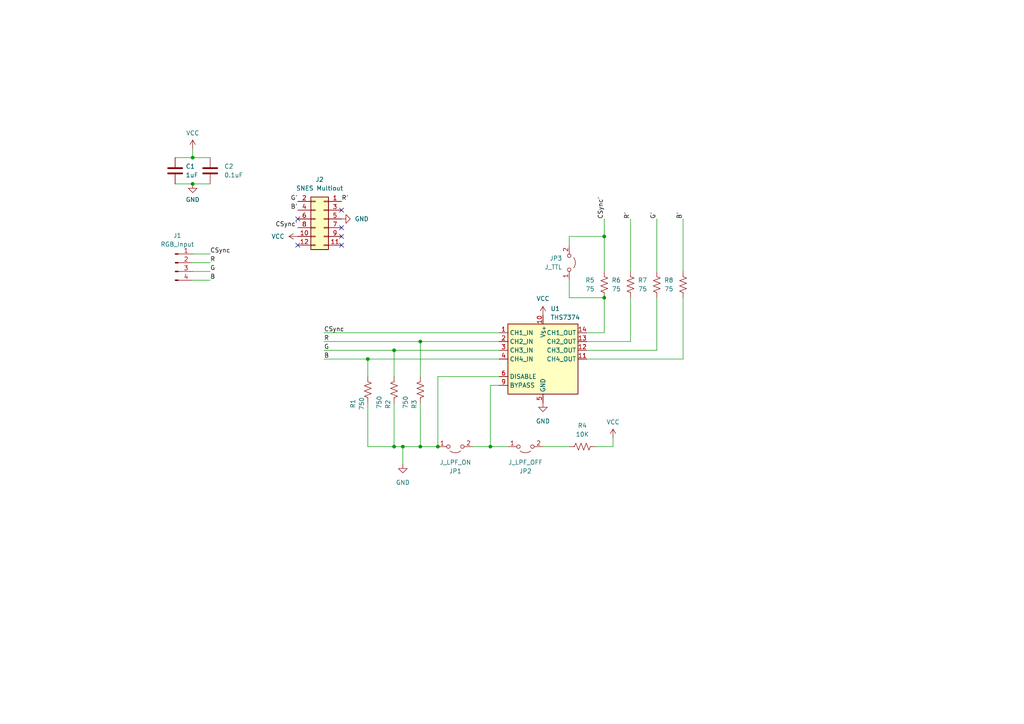
<source format=kicad_sch>
(kicad_sch (version 20230121) (generator eeschema)

  (uuid db7397df-a245-4004-bbf4-7c910e0e8a46)

  (paper "A4")

  (lib_symbols
    (symbol "Amplifier_Video:THS7374" (in_bom yes) (on_board yes)
      (property "Reference" "U" (at -8.89 11.43 0)
        (effects (font (size 1.27 1.27)))
      )
      (property "Value" "THS7374" (at 5.08 11.43 0)
        (effects (font (size 1.27 1.27)))
      )
      (property "Footprint" "Package_SO:TSSOP-14_4.4x5mm_P0.65mm" (at 0 0 0)
        (effects (font (size 1.27 1.27)) hide)
      )
      (property "Datasheet" "https://www.ti.com/lit/ds/symlink/ths7374.pdf" (at 0 0 0)
        (effects (font (size 1.27 1.27)) hide)
      )
      (property "ki_keywords" "video amplifier sdtv cvbs rgb ypbpr" (at 0 0 0)
        (effects (font (size 1.27 1.27)) hide)
      )
      (property "ki_description" "4 channel SDTV Video Amplifier, TSSOP-14" (at 0 0 0)
        (effects (font (size 1.27 1.27)) hide)
      )
      (property "ki_fp_filters" "TSSOP*4.4x5mm*P0.65mm*" (at 0 0 0)
        (effects (font (size 1.27 1.27)) hide)
      )
      (symbol "THS7374_0_1"
        (rectangle (start -10.16 10.16) (end 10.16 -10.16)
          (stroke (width 0.254) (type default))
          (fill (type background))
        )
      )
      (symbol "THS7374_1_1"
        (pin input line (at -12.7 7.62 0) (length 2.54)
          (name "CH1_IN" (effects (font (size 1.27 1.27))))
          (number "1" (effects (font (size 1.27 1.27))))
        )
        (pin power_in line (at 0 12.7 270) (length 2.54)
          (name "V_{S+}" (effects (font (size 1.27 1.27))))
          (number "10" (effects (font (size 1.27 1.27))))
        )
        (pin output line (at 12.7 0 180) (length 2.54)
          (name "CH4_OUT" (effects (font (size 1.27 1.27))))
          (number "11" (effects (font (size 1.27 1.27))))
        )
        (pin output line (at 12.7 2.54 180) (length 2.54)
          (name "CH3_OUT" (effects (font (size 1.27 1.27))))
          (number "12" (effects (font (size 1.27 1.27))))
        )
        (pin output line (at 12.7 5.08 180) (length 2.54)
          (name "CH2_OUT" (effects (font (size 1.27 1.27))))
          (number "13" (effects (font (size 1.27 1.27))))
        )
        (pin output line (at 12.7 7.62 180) (length 2.54)
          (name "CH1_OUT" (effects (font (size 1.27 1.27))))
          (number "14" (effects (font (size 1.27 1.27))))
        )
        (pin input line (at -12.7 5.08 0) (length 2.54)
          (name "CH2_IN" (effects (font (size 1.27 1.27))))
          (number "2" (effects (font (size 1.27 1.27))))
        )
        (pin input line (at -12.7 2.54 0) (length 2.54)
          (name "CH3_IN" (effects (font (size 1.27 1.27))))
          (number "3" (effects (font (size 1.27 1.27))))
        )
        (pin input line (at -12.7 0 0) (length 2.54)
          (name "CH4_IN" (effects (font (size 1.27 1.27))))
          (number "4" (effects (font (size 1.27 1.27))))
        )
        (pin power_in line (at 0 -12.7 90) (length 2.54)
          (name "GND" (effects (font (size 1.27 1.27))))
          (number "5" (effects (font (size 1.27 1.27))))
        )
        (pin input line (at -12.7 -5.08 0) (length 2.54)
          (name "DISABLE" (effects (font (size 1.27 1.27))))
          (number "6" (effects (font (size 1.27 1.27))))
        )
        (pin no_connect line (at 10.16 -5.08 180) (length 2.54) hide
          (name "NC" (effects (font (size 1.27 1.27))))
          (number "7" (effects (font (size 1.27 1.27))))
        )
        (pin no_connect line (at 10.16 -7.62 180) (length 2.54) hide
          (name "NC" (effects (font (size 1.27 1.27))))
          (number "8" (effects (font (size 1.27 1.27))))
        )
        (pin input line (at -12.7 -7.62 0) (length 2.54)
          (name "BYPASS" (effects (font (size 1.27 1.27))))
          (number "9" (effects (font (size 1.27 1.27))))
        )
      )
    )
    (symbol "Connector:Conn_01x04_Pin" (pin_names (offset 1.016) hide) (in_bom yes) (on_board yes)
      (property "Reference" "J" (at 0 5.08 0)
        (effects (font (size 1.27 1.27)))
      )
      (property "Value" "Conn_01x04_Pin" (at 0 -7.62 0)
        (effects (font (size 1.27 1.27)))
      )
      (property "Footprint" "" (at 0 0 0)
        (effects (font (size 1.27 1.27)) hide)
      )
      (property "Datasheet" "~" (at 0 0 0)
        (effects (font (size 1.27 1.27)) hide)
      )
      (property "ki_locked" "" (at 0 0 0)
        (effects (font (size 1.27 1.27)))
      )
      (property "ki_keywords" "connector" (at 0 0 0)
        (effects (font (size 1.27 1.27)) hide)
      )
      (property "ki_description" "Generic connector, single row, 01x04, script generated" (at 0 0 0)
        (effects (font (size 1.27 1.27)) hide)
      )
      (property "ki_fp_filters" "Connector*:*_1x??_*" (at 0 0 0)
        (effects (font (size 1.27 1.27)) hide)
      )
      (symbol "Conn_01x04_Pin_1_1"
        (polyline
          (pts
            (xy 1.27 -5.08)
            (xy 0.8636 -5.08)
          )
          (stroke (width 0.1524) (type default))
          (fill (type none))
        )
        (polyline
          (pts
            (xy 1.27 -2.54)
            (xy 0.8636 -2.54)
          )
          (stroke (width 0.1524) (type default))
          (fill (type none))
        )
        (polyline
          (pts
            (xy 1.27 0)
            (xy 0.8636 0)
          )
          (stroke (width 0.1524) (type default))
          (fill (type none))
        )
        (polyline
          (pts
            (xy 1.27 2.54)
            (xy 0.8636 2.54)
          )
          (stroke (width 0.1524) (type default))
          (fill (type none))
        )
        (rectangle (start 0.8636 -4.953) (end 0 -5.207)
          (stroke (width 0.1524) (type default))
          (fill (type outline))
        )
        (rectangle (start 0.8636 -2.413) (end 0 -2.667)
          (stroke (width 0.1524) (type default))
          (fill (type outline))
        )
        (rectangle (start 0.8636 0.127) (end 0 -0.127)
          (stroke (width 0.1524) (type default))
          (fill (type outline))
        )
        (rectangle (start 0.8636 2.667) (end 0 2.413)
          (stroke (width 0.1524) (type default))
          (fill (type outline))
        )
        (pin passive line (at 5.08 2.54 180) (length 3.81)
          (name "Pin_1" (effects (font (size 1.27 1.27))))
          (number "1" (effects (font (size 1.27 1.27))))
        )
        (pin passive line (at 5.08 0 180) (length 3.81)
          (name "Pin_2" (effects (font (size 1.27 1.27))))
          (number "2" (effects (font (size 1.27 1.27))))
        )
        (pin passive line (at 5.08 -2.54 180) (length 3.81)
          (name "Pin_3" (effects (font (size 1.27 1.27))))
          (number "3" (effects (font (size 1.27 1.27))))
        )
        (pin passive line (at 5.08 -5.08 180) (length 3.81)
          (name "Pin_4" (effects (font (size 1.27 1.27))))
          (number "4" (effects (font (size 1.27 1.27))))
        )
      )
    )
    (symbol "Connector_Generic:Conn_02x06_Odd_Even" (pin_names (offset 1.016) hide) (in_bom yes) (on_board yes)
      (property "Reference" "J" (at 1.27 7.62 0)
        (effects (font (size 1.27 1.27)))
      )
      (property "Value" "Conn_02x06_Odd_Even" (at 1.27 -10.16 0)
        (effects (font (size 1.27 1.27)))
      )
      (property "Footprint" "" (at 0 0 0)
        (effects (font (size 1.27 1.27)) hide)
      )
      (property "Datasheet" "~" (at 0 0 0)
        (effects (font (size 1.27 1.27)) hide)
      )
      (property "ki_keywords" "connector" (at 0 0 0)
        (effects (font (size 1.27 1.27)) hide)
      )
      (property "ki_description" "Generic connector, double row, 02x06, odd/even pin numbering scheme (row 1 odd numbers, row 2 even numbers), script generated (kicad-library-utils/schlib/autogen/connector/)" (at 0 0 0)
        (effects (font (size 1.27 1.27)) hide)
      )
      (property "ki_fp_filters" "Connector*:*_2x??_*" (at 0 0 0)
        (effects (font (size 1.27 1.27)) hide)
      )
      (symbol "Conn_02x06_Odd_Even_1_1"
        (rectangle (start -1.27 -7.493) (end 0 -7.747)
          (stroke (width 0.1524) (type default))
          (fill (type none))
        )
        (rectangle (start -1.27 -4.953) (end 0 -5.207)
          (stroke (width 0.1524) (type default))
          (fill (type none))
        )
        (rectangle (start -1.27 -2.413) (end 0 -2.667)
          (stroke (width 0.1524) (type default))
          (fill (type none))
        )
        (rectangle (start -1.27 0.127) (end 0 -0.127)
          (stroke (width 0.1524) (type default))
          (fill (type none))
        )
        (rectangle (start -1.27 2.667) (end 0 2.413)
          (stroke (width 0.1524) (type default))
          (fill (type none))
        )
        (rectangle (start -1.27 5.207) (end 0 4.953)
          (stroke (width 0.1524) (type default))
          (fill (type none))
        )
        (rectangle (start -1.27 6.35) (end 3.81 -8.89)
          (stroke (width 0.254) (type default))
          (fill (type background))
        )
        (rectangle (start 3.81 -7.493) (end 2.54 -7.747)
          (stroke (width 0.1524) (type default))
          (fill (type none))
        )
        (rectangle (start 3.81 -4.953) (end 2.54 -5.207)
          (stroke (width 0.1524) (type default))
          (fill (type none))
        )
        (rectangle (start 3.81 -2.413) (end 2.54 -2.667)
          (stroke (width 0.1524) (type default))
          (fill (type none))
        )
        (rectangle (start 3.81 0.127) (end 2.54 -0.127)
          (stroke (width 0.1524) (type default))
          (fill (type none))
        )
        (rectangle (start 3.81 2.667) (end 2.54 2.413)
          (stroke (width 0.1524) (type default))
          (fill (type none))
        )
        (rectangle (start 3.81 5.207) (end 2.54 4.953)
          (stroke (width 0.1524) (type default))
          (fill (type none))
        )
        (pin passive line (at -5.08 5.08 0) (length 3.81)
          (name "Pin_1" (effects (font (size 1.27 1.27))))
          (number "1" (effects (font (size 1.27 1.27))))
        )
        (pin passive line (at 7.62 -5.08 180) (length 3.81)
          (name "Pin_10" (effects (font (size 1.27 1.27))))
          (number "10" (effects (font (size 1.27 1.27))))
        )
        (pin passive line (at -5.08 -7.62 0) (length 3.81)
          (name "Pin_11" (effects (font (size 1.27 1.27))))
          (number "11" (effects (font (size 1.27 1.27))))
        )
        (pin passive line (at 7.62 -7.62 180) (length 3.81)
          (name "Pin_12" (effects (font (size 1.27 1.27))))
          (number "12" (effects (font (size 1.27 1.27))))
        )
        (pin passive line (at 7.62 5.08 180) (length 3.81)
          (name "Pin_2" (effects (font (size 1.27 1.27))))
          (number "2" (effects (font (size 1.27 1.27))))
        )
        (pin passive line (at -5.08 2.54 0) (length 3.81)
          (name "Pin_3" (effects (font (size 1.27 1.27))))
          (number "3" (effects (font (size 1.27 1.27))))
        )
        (pin passive line (at 7.62 2.54 180) (length 3.81)
          (name "Pin_4" (effects (font (size 1.27 1.27))))
          (number "4" (effects (font (size 1.27 1.27))))
        )
        (pin passive line (at -5.08 0 0) (length 3.81)
          (name "Pin_5" (effects (font (size 1.27 1.27))))
          (number "5" (effects (font (size 1.27 1.27))))
        )
        (pin passive line (at 7.62 0 180) (length 3.81)
          (name "Pin_6" (effects (font (size 1.27 1.27))))
          (number "6" (effects (font (size 1.27 1.27))))
        )
        (pin passive line (at -5.08 -2.54 0) (length 3.81)
          (name "Pin_7" (effects (font (size 1.27 1.27))))
          (number "7" (effects (font (size 1.27 1.27))))
        )
        (pin passive line (at 7.62 -2.54 180) (length 3.81)
          (name "Pin_8" (effects (font (size 1.27 1.27))))
          (number "8" (effects (font (size 1.27 1.27))))
        )
        (pin passive line (at -5.08 -5.08 0) (length 3.81)
          (name "Pin_9" (effects (font (size 1.27 1.27))))
          (number "9" (effects (font (size 1.27 1.27))))
        )
      )
    )
    (symbol "Device:C" (pin_numbers hide) (pin_names (offset 0.254)) (in_bom yes) (on_board yes)
      (property "Reference" "C" (at 0.635 2.54 0)
        (effects (font (size 1.27 1.27)) (justify left))
      )
      (property "Value" "C" (at 0.635 -2.54 0)
        (effects (font (size 1.27 1.27)) (justify left))
      )
      (property "Footprint" "" (at 0.9652 -3.81 0)
        (effects (font (size 1.27 1.27)) hide)
      )
      (property "Datasheet" "~" (at 0 0 0)
        (effects (font (size 1.27 1.27)) hide)
      )
      (property "ki_keywords" "cap capacitor" (at 0 0 0)
        (effects (font (size 1.27 1.27)) hide)
      )
      (property "ki_description" "Unpolarized capacitor" (at 0 0 0)
        (effects (font (size 1.27 1.27)) hide)
      )
      (property "ki_fp_filters" "C_*" (at 0 0 0)
        (effects (font (size 1.27 1.27)) hide)
      )
      (symbol "C_0_1"
        (polyline
          (pts
            (xy -2.032 -0.762)
            (xy 2.032 -0.762)
          )
          (stroke (width 0.508) (type default))
          (fill (type none))
        )
        (polyline
          (pts
            (xy -2.032 0.762)
            (xy 2.032 0.762)
          )
          (stroke (width 0.508) (type default))
          (fill (type none))
        )
      )
      (symbol "C_1_1"
        (pin passive line (at 0 3.81 270) (length 2.794)
          (name "~" (effects (font (size 1.27 1.27))))
          (number "1" (effects (font (size 1.27 1.27))))
        )
        (pin passive line (at 0 -3.81 90) (length 2.794)
          (name "~" (effects (font (size 1.27 1.27))))
          (number "2" (effects (font (size 1.27 1.27))))
        )
      )
    )
    (symbol "Device:R_US" (pin_numbers hide) (pin_names (offset 0)) (in_bom yes) (on_board yes)
      (property "Reference" "R" (at 2.54 0 90)
        (effects (font (size 1.27 1.27)))
      )
      (property "Value" "R_US" (at -2.54 0 90)
        (effects (font (size 1.27 1.27)))
      )
      (property "Footprint" "" (at 1.016 -0.254 90)
        (effects (font (size 1.27 1.27)) hide)
      )
      (property "Datasheet" "~" (at 0 0 0)
        (effects (font (size 1.27 1.27)) hide)
      )
      (property "ki_keywords" "R res resistor" (at 0 0 0)
        (effects (font (size 1.27 1.27)) hide)
      )
      (property "ki_description" "Resistor, US symbol" (at 0 0 0)
        (effects (font (size 1.27 1.27)) hide)
      )
      (property "ki_fp_filters" "R_*" (at 0 0 0)
        (effects (font (size 1.27 1.27)) hide)
      )
      (symbol "R_US_0_1"
        (polyline
          (pts
            (xy 0 -2.286)
            (xy 0 -2.54)
          )
          (stroke (width 0) (type default))
          (fill (type none))
        )
        (polyline
          (pts
            (xy 0 2.286)
            (xy 0 2.54)
          )
          (stroke (width 0) (type default))
          (fill (type none))
        )
        (polyline
          (pts
            (xy 0 -0.762)
            (xy 1.016 -1.143)
            (xy 0 -1.524)
            (xy -1.016 -1.905)
            (xy 0 -2.286)
          )
          (stroke (width 0) (type default))
          (fill (type none))
        )
        (polyline
          (pts
            (xy 0 0.762)
            (xy 1.016 0.381)
            (xy 0 0)
            (xy -1.016 -0.381)
            (xy 0 -0.762)
          )
          (stroke (width 0) (type default))
          (fill (type none))
        )
        (polyline
          (pts
            (xy 0 2.286)
            (xy 1.016 1.905)
            (xy 0 1.524)
            (xy -1.016 1.143)
            (xy 0 0.762)
          )
          (stroke (width 0) (type default))
          (fill (type none))
        )
      )
      (symbol "R_US_1_1"
        (pin passive line (at 0 3.81 270) (length 1.27)
          (name "~" (effects (font (size 1.27 1.27))))
          (number "1" (effects (font (size 1.27 1.27))))
        )
        (pin passive line (at 0 -3.81 90) (length 1.27)
          (name "~" (effects (font (size 1.27 1.27))))
          (number "2" (effects (font (size 1.27 1.27))))
        )
      )
    )
    (symbol "Jumper:Jumper_2_Open" (pin_names (offset 0) hide) (in_bom yes) (on_board yes)
      (property "Reference" "JP" (at 0 2.794 0)
        (effects (font (size 1.27 1.27)))
      )
      (property "Value" "Jumper_2_Open" (at 0 -2.286 0)
        (effects (font (size 1.27 1.27)))
      )
      (property "Footprint" "" (at 0 0 0)
        (effects (font (size 1.27 1.27)) hide)
      )
      (property "Datasheet" "~" (at 0 0 0)
        (effects (font (size 1.27 1.27)) hide)
      )
      (property "ki_keywords" "Jumper SPST" (at 0 0 0)
        (effects (font (size 1.27 1.27)) hide)
      )
      (property "ki_description" "Jumper, 2-pole, open" (at 0 0 0)
        (effects (font (size 1.27 1.27)) hide)
      )
      (property "ki_fp_filters" "Jumper* TestPoint*2Pads* TestPoint*Bridge*" (at 0 0 0)
        (effects (font (size 1.27 1.27)) hide)
      )
      (symbol "Jumper_2_Open_0_0"
        (circle (center -2.032 0) (radius 0.508)
          (stroke (width 0) (type default))
          (fill (type none))
        )
        (circle (center 2.032 0) (radius 0.508)
          (stroke (width 0) (type default))
          (fill (type none))
        )
      )
      (symbol "Jumper_2_Open_0_1"
        (arc (start 1.524 1.27) (mid 0 1.778) (end -1.524 1.27)
          (stroke (width 0) (type default))
          (fill (type none))
        )
      )
      (symbol "Jumper_2_Open_1_1"
        (pin passive line (at -5.08 0 0) (length 2.54)
          (name "A" (effects (font (size 1.27 1.27))))
          (number "1" (effects (font (size 1.27 1.27))))
        )
        (pin passive line (at 5.08 0 180) (length 2.54)
          (name "B" (effects (font (size 1.27 1.27))))
          (number "2" (effects (font (size 1.27 1.27))))
        )
      )
    )
    (symbol "power:GND" (power) (pin_names (offset 0)) (in_bom yes) (on_board yes)
      (property "Reference" "#PWR" (at 0 -6.35 0)
        (effects (font (size 1.27 1.27)) hide)
      )
      (property "Value" "GND" (at 0 -3.81 0)
        (effects (font (size 1.27 1.27)))
      )
      (property "Footprint" "" (at 0 0 0)
        (effects (font (size 1.27 1.27)) hide)
      )
      (property "Datasheet" "" (at 0 0 0)
        (effects (font (size 1.27 1.27)) hide)
      )
      (property "ki_keywords" "global power" (at 0 0 0)
        (effects (font (size 1.27 1.27)) hide)
      )
      (property "ki_description" "Power symbol creates a global label with name \"GND\" , ground" (at 0 0 0)
        (effects (font (size 1.27 1.27)) hide)
      )
      (symbol "GND_0_1"
        (polyline
          (pts
            (xy 0 0)
            (xy 0 -1.27)
            (xy 1.27 -1.27)
            (xy 0 -2.54)
            (xy -1.27 -1.27)
            (xy 0 -1.27)
          )
          (stroke (width 0) (type default))
          (fill (type none))
        )
      )
      (symbol "GND_1_1"
        (pin power_in line (at 0 0 270) (length 0) hide
          (name "GND" (effects (font (size 1.27 1.27))))
          (number "1" (effects (font (size 1.27 1.27))))
        )
      )
    )
    (symbol "power:VCC" (power) (pin_names (offset 0)) (in_bom yes) (on_board yes)
      (property "Reference" "#PWR" (at 0 -3.81 0)
        (effects (font (size 1.27 1.27)) hide)
      )
      (property "Value" "VCC" (at 0 3.81 0)
        (effects (font (size 1.27 1.27)))
      )
      (property "Footprint" "" (at 0 0 0)
        (effects (font (size 1.27 1.27)) hide)
      )
      (property "Datasheet" "" (at 0 0 0)
        (effects (font (size 1.27 1.27)) hide)
      )
      (property "ki_keywords" "global power" (at 0 0 0)
        (effects (font (size 1.27 1.27)) hide)
      )
      (property "ki_description" "Power symbol creates a global label with name \"VCC\"" (at 0 0 0)
        (effects (font (size 1.27 1.27)) hide)
      )
      (symbol "VCC_0_1"
        (polyline
          (pts
            (xy -0.762 1.27)
            (xy 0 2.54)
          )
          (stroke (width 0) (type default))
          (fill (type none))
        )
        (polyline
          (pts
            (xy 0 0)
            (xy 0 2.54)
          )
          (stroke (width 0) (type default))
          (fill (type none))
        )
        (polyline
          (pts
            (xy 0 2.54)
            (xy 0.762 1.27)
          )
          (stroke (width 0) (type default))
          (fill (type none))
        )
      )
      (symbol "VCC_1_1"
        (pin power_in line (at 0 0 90) (length 0) hide
          (name "VCC" (effects (font (size 1.27 1.27))))
          (number "1" (effects (font (size 1.27 1.27))))
        )
      )
    )
  )

  (junction (at 114.3 101.6) (diameter 0) (color 0 0 0 0)
    (uuid 05a8779a-2d83-40c0-8586-049a242b5e6f)
  )
  (junction (at 175.26 68.58) (diameter 0) (color 0 0 0 0)
    (uuid 26582ebb-2df0-4754-bb2b-4158e57140d7)
  )
  (junction (at 55.88 53.34) (diameter 0) (color 0 0 0 0)
    (uuid 34e821ce-1fa5-48d2-ae72-916ec211d2c3)
  )
  (junction (at 175.26 86.36) (diameter 0) (color 0 0 0 0)
    (uuid 51637e90-41d2-4d45-aa4a-20ecf1adf658)
  )
  (junction (at 142.24 129.54) (diameter 0) (color 0 0 0 0)
    (uuid 519f34cc-c19b-4dd3-b2e9-c93c505bc8a6)
  )
  (junction (at 127 129.54) (diameter 0) (color 0 0 0 0)
    (uuid 57e8b887-815f-4d5a-8f4e-4e40651a62d1)
  )
  (junction (at 114.3 129.54) (diameter 0) (color 0 0 0 0)
    (uuid 83bef5ad-b36a-4dfb-852f-91af4d67c999)
  )
  (junction (at 116.84 129.54) (diameter 0) (color 0 0 0 0)
    (uuid 8862809b-543e-4208-984a-d4704d361b9e)
  )
  (junction (at 106.68 104.14) (diameter 0) (color 0 0 0 0)
    (uuid 9a4b63fd-f828-4519-bf68-b84da9be4e29)
  )
  (junction (at 55.88 45.72) (diameter 0) (color 0 0 0 0)
    (uuid 9b635072-2bc3-4fc2-ab40-99e46db1b3aa)
  )
  (junction (at 121.92 129.54) (diameter 0) (color 0 0 0 0)
    (uuid d5cdabc1-47af-4ae9-bb88-086a9d89f67d)
  )
  (junction (at 121.92 99.06) (diameter 0) (color 0 0 0 0)
    (uuid de6e13d7-3346-4bef-9746-fed15b455a23)
  )

  (no_connect (at 99.06 60.96) (uuid 2f3cf216-669d-41dd-b680-7c453d828a57))
  (no_connect (at 99.06 66.04) (uuid 40044732-6149-4839-8c36-8bc40652f5df))
  (no_connect (at 86.36 63.5) (uuid 60eef3d1-9d22-4690-a057-6ca492c7fcc4))
  (no_connect (at 99.06 68.58) (uuid 84f57b47-ccfe-4adf-99a0-51c58d50cc71))
  (no_connect (at 86.36 71.12) (uuid a9b7628c-960f-4008-949c-2cc0c1fb34ed))
  (no_connect (at 99.06 71.12) (uuid ad6386c2-90fe-4439-b86b-27d770e1d355))

  (wire (pts (xy 144.78 111.76) (xy 142.24 111.76))
    (stroke (width 0) (type default))
    (uuid 0bacce89-b262-4920-b8a7-c9e7f325f3a7)
  )
  (wire (pts (xy 116.84 129.54) (xy 116.84 134.62))
    (stroke (width 0) (type default))
    (uuid 0c0dd9c6-5f2a-4cbd-b980-50c61b72568a)
  )
  (wire (pts (xy 175.26 63.5) (xy 175.26 68.58))
    (stroke (width 0) (type default))
    (uuid 1798973b-30a8-4198-9afd-8c30ee43ba6b)
  )
  (wire (pts (xy 93.98 104.14) (xy 106.68 104.14))
    (stroke (width 0) (type default))
    (uuid 1ee36b5c-35a4-4f60-b975-0fe3a15ef8fa)
  )
  (wire (pts (xy 175.26 86.36) (xy 165.1 86.36))
    (stroke (width 0) (type default))
    (uuid 24ff612f-44d1-46f1-9181-077f235c4824)
  )
  (wire (pts (xy 55.88 76.2) (xy 60.96 76.2))
    (stroke (width 0) (type default))
    (uuid 27ab46e5-ac41-43ae-9f9e-6f3f461661ac)
  )
  (wire (pts (xy 170.18 104.14) (xy 198.12 104.14))
    (stroke (width 0) (type default))
    (uuid 2bdc3af1-4f7d-432d-8b83-5c50592d46ce)
  )
  (wire (pts (xy 170.18 101.6) (xy 190.5 101.6))
    (stroke (width 0) (type default))
    (uuid 2e51557e-3b08-4669-925c-1b2c583f6860)
  )
  (wire (pts (xy 137.16 129.54) (xy 142.24 129.54))
    (stroke (width 0) (type default))
    (uuid 3c74a39d-d9dc-4cbd-a6ed-a087b97a0261)
  )
  (wire (pts (xy 175.26 86.36) (xy 175.26 96.52))
    (stroke (width 0) (type default))
    (uuid 416e6eed-af4d-4102-9dc7-964cd83c1560)
  )
  (wire (pts (xy 50.8 45.72) (xy 55.88 45.72))
    (stroke (width 0) (type default))
    (uuid 44cc7a8d-4820-4f87-ba85-c620be192fb6)
  )
  (wire (pts (xy 93.98 99.06) (xy 121.92 99.06))
    (stroke (width 0) (type default))
    (uuid 4980a705-06c5-4cdb-9334-ea09d84de4f4)
  )
  (wire (pts (xy 121.92 129.54) (xy 116.84 129.54))
    (stroke (width 0) (type default))
    (uuid 527d85eb-b2b4-42b7-a96b-54bcd62c00af)
  )
  (wire (pts (xy 170.18 99.06) (xy 182.88 99.06))
    (stroke (width 0) (type default))
    (uuid 52c6c41b-6454-4bec-936c-a16fe4cf727e)
  )
  (wire (pts (xy 55.88 81.28) (xy 60.96 81.28))
    (stroke (width 0) (type default))
    (uuid 542dafd3-3dfc-4944-8987-c2336a510957)
  )
  (wire (pts (xy 182.88 63.5) (xy 182.88 78.74))
    (stroke (width 0) (type default))
    (uuid 5a234b60-63c4-44f9-963a-6accc1264da6)
  )
  (wire (pts (xy 55.88 43.18) (xy 55.88 45.72))
    (stroke (width 0) (type default))
    (uuid 5b472ac9-8143-4015-8dbb-b0caa517adad)
  )
  (wire (pts (xy 182.88 86.36) (xy 182.88 99.06))
    (stroke (width 0) (type default))
    (uuid 5c86c5e7-cc09-4387-92ad-d58fcd4cef62)
  )
  (wire (pts (xy 127 109.22) (xy 144.78 109.22))
    (stroke (width 0) (type default))
    (uuid 66590c29-3450-46bc-acf8-5807cf74d285)
  )
  (wire (pts (xy 106.68 104.14) (xy 144.78 104.14))
    (stroke (width 0) (type default))
    (uuid 6682ceb6-c5c8-42de-9149-20c9c98590cc)
  )
  (wire (pts (xy 114.3 101.6) (xy 144.78 101.6))
    (stroke (width 0) (type default))
    (uuid 669ed641-cefd-46b0-82fc-961b63a65895)
  )
  (wire (pts (xy 106.68 104.14) (xy 106.68 109.22))
    (stroke (width 0) (type default))
    (uuid 69601f35-adeb-44be-a910-4e3c58a7dcdf)
  )
  (wire (pts (xy 165.1 71.12) (xy 165.1 68.58))
    (stroke (width 0) (type default))
    (uuid 7312a9b8-435e-44ca-b62b-d194a0b1461f)
  )
  (wire (pts (xy 106.68 129.54) (xy 114.3 129.54))
    (stroke (width 0) (type default))
    (uuid 775ebd71-7e5f-4243-b3ea-2cc31fbdb10f)
  )
  (wire (pts (xy 106.68 116.84) (xy 106.68 129.54))
    (stroke (width 0) (type default))
    (uuid 7f2d92db-1366-4600-9800-d5e4a5890c67)
  )
  (wire (pts (xy 165.1 68.58) (xy 175.26 68.58))
    (stroke (width 0) (type default))
    (uuid 8732b1b0-a113-4a21-acb3-d55b2e776239)
  )
  (wire (pts (xy 142.24 129.54) (xy 147.32 129.54))
    (stroke (width 0) (type default))
    (uuid 87f746db-47bc-4dd6-bd25-33f9e8d3b81e)
  )
  (wire (pts (xy 177.8 127) (xy 177.8 129.54))
    (stroke (width 0) (type default))
    (uuid 8acf27e8-27c1-46af-97d6-4732989c0164)
  )
  (wire (pts (xy 190.5 86.36) (xy 190.5 101.6))
    (stroke (width 0) (type default))
    (uuid 9296106d-d133-4963-9923-83b46ed3e27e)
  )
  (wire (pts (xy 170.18 96.52) (xy 175.26 96.52))
    (stroke (width 0) (type default))
    (uuid a3b1df07-6339-4243-978b-f04a5ada3074)
  )
  (wire (pts (xy 121.92 129.54) (xy 127 129.54))
    (stroke (width 0) (type default))
    (uuid a4878d10-79a3-4bf7-b669-06373a69be2a)
  )
  (wire (pts (xy 121.92 116.84) (xy 121.92 129.54))
    (stroke (width 0) (type default))
    (uuid a6446701-8892-4a06-a7e2-9fcd7b52bd37)
  )
  (wire (pts (xy 165.1 81.28) (xy 165.1 86.36))
    (stroke (width 0) (type default))
    (uuid a91d7016-66fe-499d-af78-64a7243ab948)
  )
  (wire (pts (xy 172.72 129.54) (xy 177.8 129.54))
    (stroke (width 0) (type default))
    (uuid b006271b-63ea-442a-be34-2f5e8fcc6b65)
  )
  (wire (pts (xy 157.48 129.54) (xy 165.1 129.54))
    (stroke (width 0) (type default))
    (uuid c6238d10-f1bd-4e45-82c0-f98718a3051a)
  )
  (wire (pts (xy 93.98 96.52) (xy 144.78 96.52))
    (stroke (width 0) (type default))
    (uuid c717dd49-7c58-41c2-832f-20abc991d44d)
  )
  (wire (pts (xy 55.88 78.74) (xy 60.96 78.74))
    (stroke (width 0) (type default))
    (uuid c8c17895-bb4c-496d-b20b-621b3c3fc11d)
  )
  (wire (pts (xy 55.88 45.72) (xy 60.96 45.72))
    (stroke (width 0) (type default))
    (uuid c99a0b3b-d121-4dee-9943-61bc7771c896)
  )
  (wire (pts (xy 190.5 63.5) (xy 190.5 78.74))
    (stroke (width 0) (type default))
    (uuid caf35639-9ff4-40a2-8bba-3e36c9d48bfa)
  )
  (wire (pts (xy 121.92 99.06) (xy 144.78 99.06))
    (stroke (width 0) (type default))
    (uuid cb17e755-419d-4f7d-ae05-117a9d1e3a20)
  )
  (wire (pts (xy 114.3 116.84) (xy 114.3 129.54))
    (stroke (width 0) (type default))
    (uuid cd6f8db9-674b-4caf-b79d-dbfff5dd86bd)
  )
  (wire (pts (xy 175.26 68.58) (xy 175.26 78.74))
    (stroke (width 0) (type default))
    (uuid cec276cc-5fec-4540-b31d-d6e164fa94d4)
  )
  (wire (pts (xy 114.3 101.6) (xy 114.3 109.22))
    (stroke (width 0) (type default))
    (uuid d02e7b76-4640-443e-9eb5-dc15813a155a)
  )
  (wire (pts (xy 93.98 101.6) (xy 114.3 101.6))
    (stroke (width 0) (type default))
    (uuid d352a6a2-977e-4632-817d-87d1155270d4)
  )
  (wire (pts (xy 127 129.54) (xy 127 109.22))
    (stroke (width 0) (type default))
    (uuid d5385d7f-92fe-415a-a557-14d711e0070e)
  )
  (wire (pts (xy 198.12 86.36) (xy 198.12 104.14))
    (stroke (width 0) (type default))
    (uuid da83028a-93fd-4dd9-bc65-ecf4b0818c98)
  )
  (wire (pts (xy 55.88 53.34) (xy 60.96 53.34))
    (stroke (width 0) (type default))
    (uuid e1347d86-06d9-41fa-9e4a-410e12c4a165)
  )
  (wire (pts (xy 198.12 63.5) (xy 198.12 78.74))
    (stroke (width 0) (type default))
    (uuid e63f2a45-9c9a-44d1-9362-76f649296f6d)
  )
  (wire (pts (xy 142.24 111.76) (xy 142.24 129.54))
    (stroke (width 0) (type default))
    (uuid ede60895-75a2-4bf7-a23a-46cfd35942d6)
  )
  (wire (pts (xy 121.92 99.06) (xy 121.92 109.22))
    (stroke (width 0) (type default))
    (uuid ee3d52d9-8d31-46ab-a73a-e800c0f7f24f)
  )
  (wire (pts (xy 55.88 73.66) (xy 60.96 73.66))
    (stroke (width 0) (type default))
    (uuid ee989f25-5b6f-435b-9896-80e3b3020b10)
  )
  (wire (pts (xy 50.8 53.34) (xy 55.88 53.34))
    (stroke (width 0) (type default))
    (uuid f1030249-1d68-484f-a558-aec589119f2b)
  )
  (wire (pts (xy 116.84 129.54) (xy 114.3 129.54))
    (stroke (width 0) (type default))
    (uuid fddca9b1-fa04-40a7-9202-ae48a5c18484)
  )

  (label "CSync'" (at 86.36 66.04 180) (fields_autoplaced)
    (effects (font (size 1.27 1.27)) (justify right bottom))
    (uuid 0b5ee6d5-c9e1-4f97-92a5-1232b9ec01ed)
  )
  (label "B" (at 60.96 81.28 0) (fields_autoplaced)
    (effects (font (size 1.27 1.27)) (justify left bottom))
    (uuid 3b433542-d26c-403e-8f93-3149a5f41e3c)
  )
  (label "CSync'" (at 175.26 63.5 90) (fields_autoplaced)
    (effects (font (size 1.27 1.27)) (justify left bottom))
    (uuid 609e654d-09c9-476d-adb7-8a14328c37d9)
  )
  (label "B'" (at 198.12 63.5 90) (fields_autoplaced)
    (effects (font (size 1.27 1.27)) (justify left bottom))
    (uuid 67fe4a34-2c7a-4238-956b-e71e25f04eed)
  )
  (label "G" (at 93.98 101.6 0) (fields_autoplaced)
    (effects (font (size 1.27 1.27)) (justify left bottom))
    (uuid 7535887c-301a-4040-a680-3deef008e887)
  )
  (label "R'" (at 182.88 63.5 90) (fields_autoplaced)
    (effects (font (size 1.27 1.27)) (justify left bottom))
    (uuid 814d4ed4-eb44-497b-80ba-f8053558df41)
  )
  (label "G'" (at 86.36 58.42 180) (fields_autoplaced)
    (effects (font (size 1.27 1.27)) (justify right bottom))
    (uuid 8dfdcd81-edd9-450b-acc6-cdd683f86a5e)
  )
  (label "G'" (at 190.5 63.5 90) (fields_autoplaced)
    (effects (font (size 1.27 1.27)) (justify left bottom))
    (uuid 903fc4c1-96c3-4def-b0e9-5ca9174fb3e9)
  )
  (label "G" (at 60.96 78.74 0) (fields_autoplaced)
    (effects (font (size 1.27 1.27)) (justify left bottom))
    (uuid 98f4c457-ad70-4d1c-b839-67e49fc81b9c)
  )
  (label "CSync" (at 60.96 73.66 0) (fields_autoplaced)
    (effects (font (size 1.27 1.27)) (justify left bottom))
    (uuid b77cba01-2a10-4dc0-a018-3600591bbe63)
  )
  (label "R'" (at 99.06 58.42 0) (fields_autoplaced)
    (effects (font (size 1.27 1.27)) (justify left bottom))
    (uuid bf8dbe3f-4cb6-4bf3-858a-cad894782e0b)
  )
  (label "R" (at 93.98 99.06 0) (fields_autoplaced)
    (effects (font (size 1.27 1.27)) (justify left bottom))
    (uuid d121189a-8bcf-4c89-a3ab-b82e05d313fe)
  )
  (label "CSync" (at 93.98 96.52 0) (fields_autoplaced)
    (effects (font (size 1.27 1.27)) (justify left bottom))
    (uuid d5e524f9-dc0e-4641-ba33-6dde97fecb4b)
  )
  (label "R" (at 60.96 76.2 0) (fields_autoplaced)
    (effects (font (size 1.27 1.27)) (justify left bottom))
    (uuid f2202bac-b53a-44af-9c0c-06b9037cad4b)
  )
  (label "B'" (at 86.36 60.96 180) (fields_autoplaced)
    (effects (font (size 1.27 1.27)) (justify right bottom))
    (uuid f236b6a6-8a8c-45fc-88f1-3401d44831e0)
  )
  (label "B" (at 93.98 104.14 0) (fields_autoplaced)
    (effects (font (size 1.27 1.27)) (justify left bottom))
    (uuid fc8d1e9a-3870-4648-945d-35afe83a1564)
  )

  (symbol (lib_id "Device:R_US") (at 190.5 82.55 0) (unit 1)
    (in_bom yes) (on_board yes) (dnp no)
    (uuid 020e45ba-c33c-4ed9-ad2b-63639f319dd8)
    (property "Reference" "R7" (at 187.706 81.28 0)
      (effects (font (size 1.27 1.27)) (justify right))
    )
    (property "Value" "75" (at 187.706 83.82 0)
      (effects (font (size 1.27 1.27)) (justify right))
    )
    (property "Footprint" "Capacitor_SMD:C_0805_2012Metric" (at 191.516 82.804 90)
      (effects (font (size 1.27 1.27)) hide)
    )
    (property "Datasheet" "~" (at 190.5 82.55 0)
      (effects (font (size 1.27 1.27)) hide)
    )
    (pin "1" (uuid 32b805bf-94c0-4016-8dca-2aff5543bf0f))
    (pin "2" (uuid a09e7a6c-0fb9-402c-a893-b6e3adaa4615))
    (instances
      (project "SNES_RGB_BYPASS_AMP"
        (path "/db7397df-a245-4004-bbf4-7c910e0e8a46"
          (reference "R7") (unit 1)
        )
      )
    )
  )

  (symbol (lib_id "Connector_Generic:Conn_02x06_Odd_Even") (at 93.98 63.5 0) (mirror y) (unit 1)
    (in_bom yes) (on_board yes) (dnp no)
    (uuid 08e11dd0-1d5a-45a0-8be6-1b9072d88097)
    (property "Reference" "J2" (at 92.71 52.07 0)
      (effects (font (size 1.27 1.27)))
    )
    (property "Value" "SNES Multiout" (at 92.71 54.61 0)
      (effects (font (size 1.27 1.27)))
    )
    (property "Footprint" "Connector_PinHeader_2.54mm:PinHeader_2x06_P2.54mm_Vertical" (at 93.98 63.5 0)
      (effects (font (size 1.27 1.27)) hide)
    )
    (property "Datasheet" "~" (at 93.98 63.5 0)
      (effects (font (size 1.27 1.27)) hide)
    )
    (pin "1" (uuid eb3c36f4-c8d8-4b6d-b057-785598d2b254))
    (pin "10" (uuid 618eb9cc-f6b5-4b71-ad1e-cce65bc20287))
    (pin "11" (uuid 49e1a635-1dda-4e07-aa1d-dd40e506ae39))
    (pin "12" (uuid 72a80722-17a3-4f11-ad5b-207b854d0144))
    (pin "2" (uuid 7a6d1a3c-5b3b-4dca-9e3b-bf523b60d7c4))
    (pin "3" (uuid 89140399-4894-46ff-8b25-9188fdc75149))
    (pin "4" (uuid 47e8f577-8726-4f6b-835a-f4532c65cc2d))
    (pin "5" (uuid 941dd5f6-b4ed-4efb-afa3-a7e3d83ef32d))
    (pin "6" (uuid c59dffe3-cb8e-4ff9-8ea6-60c59672e1ec))
    (pin "7" (uuid 3c629079-2e97-4003-9436-d0d6b76ca016))
    (pin "8" (uuid b9af8dca-4aed-4583-89ce-daea84d30261))
    (pin "9" (uuid 9b6935ad-970a-47a9-bc49-b02d8be73051))
    (instances
      (project "SNES_RGB_BYPASS_AMP"
        (path "/db7397df-a245-4004-bbf4-7c910e0e8a46"
          (reference "J2") (unit 1)
        )
      )
    )
  )

  (symbol (lib_id "power:VCC") (at 86.36 68.58 90) (unit 1)
    (in_bom yes) (on_board yes) (dnp no) (fields_autoplaced)
    (uuid 13cd0b23-ae4b-4382-81f3-d704b2e39bdb)
    (property "Reference" "#PWR03" (at 90.17 68.58 0)
      (effects (font (size 1.27 1.27)) hide)
    )
    (property "Value" "VCC" (at 82.55 68.58 90)
      (effects (font (size 1.27 1.27)) (justify left))
    )
    (property "Footprint" "" (at 86.36 68.58 0)
      (effects (font (size 1.27 1.27)) hide)
    )
    (property "Datasheet" "" (at 86.36 68.58 0)
      (effects (font (size 1.27 1.27)) hide)
    )
    (pin "1" (uuid 1923612e-208f-4735-b361-f71cf32c6d5d))
    (instances
      (project "SNES_RGB_BYPASS_AMP"
        (path "/db7397df-a245-4004-bbf4-7c910e0e8a46"
          (reference "#PWR03") (unit 1)
        )
      )
    )
  )

  (symbol (lib_id "power:GND") (at 55.88 53.34 0) (unit 1)
    (in_bom yes) (on_board yes) (dnp no) (fields_autoplaced)
    (uuid 1461b9d6-f7f5-4858-abb0-4e1a46b1aa09)
    (property "Reference" "#PWR02" (at 55.88 59.69 0)
      (effects (font (size 1.27 1.27)) hide)
    )
    (property "Value" "GND" (at 55.88 57.912 0)
      (effects (font (size 1.27 1.27)))
    )
    (property "Footprint" "" (at 55.88 53.34 0)
      (effects (font (size 1.27 1.27)) hide)
    )
    (property "Datasheet" "" (at 55.88 53.34 0)
      (effects (font (size 1.27 1.27)) hide)
    )
    (pin "1" (uuid a58fd5f0-abea-4f63-a984-0e1fb0194734))
    (instances
      (project "SNES_RGB_BYPASS_AMP"
        (path "/db7397df-a245-4004-bbf4-7c910e0e8a46"
          (reference "#PWR02") (unit 1)
        )
      )
    )
  )

  (symbol (lib_id "Jumper:Jumper_2_Open") (at 165.1 76.2 270) (mirror x) (unit 1)
    (in_bom yes) (on_board yes) (dnp no)
    (uuid 1d863975-2ed0-4f0a-b7b7-a80f7e261139)
    (property "Reference" "JP3" (at 163.068 74.93 90)
      (effects (font (size 1.27 1.27)) (justify right))
    )
    (property "Value" "J_TTL" (at 163.068 77.47 90)
      (effects (font (size 1.27 1.27)) (justify right))
    )
    (property "Footprint" "Jumper:SolderJumper-2_P1.3mm_Open_Pad1.0x1.5mm" (at 165.1 76.2 0)
      (effects (font (size 1.27 1.27)) hide)
    )
    (property "Datasheet" "~" (at 165.1 76.2 0)
      (effects (font (size 1.27 1.27)) hide)
    )
    (pin "1" (uuid ffd14fd4-c2f2-41f7-a1a0-2221ebbfcde5))
    (pin "2" (uuid 6b874043-c6e3-4083-bc93-0f4508d480df))
    (instances
      (project "SNES_RGB_BYPASS_AMP"
        (path "/db7397df-a245-4004-bbf4-7c910e0e8a46"
          (reference "JP3") (unit 1)
        )
      )
    )
  )

  (symbol (lib_id "Connector:Conn_01x04_Pin") (at 50.8 76.2 0) (unit 1)
    (in_bom yes) (on_board yes) (dnp no) (fields_autoplaced)
    (uuid 21af16fd-b2bd-431d-abbd-445eaefe8029)
    (property "Reference" "J1" (at 51.435 68.326 0)
      (effects (font (size 1.27 1.27)))
    )
    (property "Value" "RGB_Input" (at 51.435 70.866 0)
      (effects (font (size 1.27 1.27)))
    )
    (property "Footprint" "Connector_PinSocket_2.54mm:PinSocket_1x04_P2.54mm_Vertical" (at 50.8 76.2 0)
      (effects (font (size 1.27 1.27)) hide)
    )
    (property "Datasheet" "~" (at 50.8 76.2 0)
      (effects (font (size 1.27 1.27)) hide)
    )
    (pin "1" (uuid 7ee85e0b-6ea0-4b64-89a5-3de84133a6af))
    (pin "2" (uuid 3b66577f-9a68-4d68-b4bb-b2a08cc69a21))
    (pin "3" (uuid 300b05ab-3d2a-49fa-b280-53ac78ff37a7))
    (pin "4" (uuid d07427f6-794c-4d76-9a4b-e2188bf4619e))
    (instances
      (project "SNES_RGB_BYPASS_AMP"
        (path "/db7397df-a245-4004-bbf4-7c910e0e8a46"
          (reference "J1") (unit 1)
        )
      )
    )
  )

  (symbol (lib_id "Device:R_US") (at 168.91 129.54 90) (unit 1)
    (in_bom yes) (on_board yes) (dnp no) (fields_autoplaced)
    (uuid 2341665b-c714-4ec6-aa74-83806fd38bf0)
    (property "Reference" "R4" (at 168.91 123.444 90)
      (effects (font (size 1.27 1.27)))
    )
    (property "Value" "10K" (at 168.91 125.984 90)
      (effects (font (size 1.27 1.27)))
    )
    (property "Footprint" "Capacitor_SMD:C_0805_2012Metric" (at 169.164 128.524 90)
      (effects (font (size 1.27 1.27)) hide)
    )
    (property "Datasheet" "~" (at 168.91 129.54 0)
      (effects (font (size 1.27 1.27)) hide)
    )
    (pin "1" (uuid 67e325a5-8337-4e0f-816a-94980d19ce49))
    (pin "2" (uuid 23bdf1e1-2681-4ade-a297-aef09cbf70ad))
    (instances
      (project "SNES_RGB_BYPASS_AMP"
        (path "/db7397df-a245-4004-bbf4-7c910e0e8a46"
          (reference "R4") (unit 1)
        )
      )
    )
  )

  (symbol (lib_id "Jumper:Jumper_2_Open") (at 152.4 129.54 0) (mirror x) (unit 1)
    (in_bom yes) (on_board yes) (dnp no)
    (uuid 23bc9f57-869c-4eeb-994d-2bf471b4a76f)
    (property "Reference" "JP2" (at 152.4 136.652 0)
      (effects (font (size 1.27 1.27)))
    )
    (property "Value" "J_LPF_OFF" (at 152.4 134.112 0)
      (effects (font (size 1.27 1.27)))
    )
    (property "Footprint" "Jumper:SolderJumper-2_P1.3mm_Open_Pad1.0x1.5mm" (at 152.4 129.54 0)
      (effects (font (size 1.27 1.27)) hide)
    )
    (property "Datasheet" "~" (at 152.4 129.54 0)
      (effects (font (size 1.27 1.27)) hide)
    )
    (pin "1" (uuid dbe408be-4e88-4e2e-b5cb-aa800af93c5c))
    (pin "2" (uuid 909563ef-8302-4c11-98b5-53894c964bcf))
    (instances
      (project "SNES_RGB_BYPASS_AMP"
        (path "/db7397df-a245-4004-bbf4-7c910e0e8a46"
          (reference "JP2") (unit 1)
        )
      )
    )
  )

  (symbol (lib_id "power:GND") (at 116.84 134.62 0) (unit 1)
    (in_bom yes) (on_board yes) (dnp no) (fields_autoplaced)
    (uuid 261fdd11-fb66-4727-965e-7d8a484537ec)
    (property "Reference" "#PWR05" (at 116.84 140.97 0)
      (effects (font (size 1.27 1.27)) hide)
    )
    (property "Value" "GND" (at 116.84 139.954 0)
      (effects (font (size 1.27 1.27)))
    )
    (property "Footprint" "" (at 116.84 134.62 0)
      (effects (font (size 1.27 1.27)) hide)
    )
    (property "Datasheet" "" (at 116.84 134.62 0)
      (effects (font (size 1.27 1.27)) hide)
    )
    (pin "1" (uuid 94e76e9f-6733-40e6-90b7-3ff2fa88511b))
    (instances
      (project "SNES_RGB_BYPASS_AMP"
        (path "/db7397df-a245-4004-bbf4-7c910e0e8a46"
          (reference "#PWR05") (unit 1)
        )
      )
    )
  )

  (symbol (lib_id "Device:R_US") (at 175.26 82.55 0) (unit 1)
    (in_bom yes) (on_board yes) (dnp no)
    (uuid 2a83bd6b-0b40-4685-916b-f7efef13566b)
    (property "Reference" "R5" (at 172.466 81.28 0)
      (effects (font (size 1.27 1.27)) (justify right))
    )
    (property "Value" "75" (at 172.466 83.82 0)
      (effects (font (size 1.27 1.27)) (justify right))
    )
    (property "Footprint" "Capacitor_SMD:C_0805_2012Metric" (at 176.276 82.804 90)
      (effects (font (size 1.27 1.27)) hide)
    )
    (property "Datasheet" "~" (at 175.26 82.55 0)
      (effects (font (size 1.27 1.27)) hide)
    )
    (pin "1" (uuid 8025dc7b-530e-4bcc-996e-0e2997456069))
    (pin "2" (uuid 89d4d7ef-f3f6-4afe-b851-8b29be4aa0da))
    (instances
      (project "SNES_RGB_BYPASS_AMP"
        (path "/db7397df-a245-4004-bbf4-7c910e0e8a46"
          (reference "R5") (unit 1)
        )
      )
    )
  )

  (symbol (lib_id "Device:C") (at 60.96 49.53 0) (unit 1)
    (in_bom yes) (on_board yes) (dnp no) (fields_autoplaced)
    (uuid 45b6b721-92dd-48dd-9c4f-8d85e5d05e3e)
    (property "Reference" "C2" (at 65.024 48.26 0)
      (effects (font (size 1.27 1.27)) (justify left))
    )
    (property "Value" "0.1uF" (at 65.024 50.8 0)
      (effects (font (size 1.27 1.27)) (justify left))
    )
    (property "Footprint" "Capacitor_SMD:C_0805_2012Metric" (at 61.9252 53.34 0)
      (effects (font (size 1.27 1.27)) hide)
    )
    (property "Datasheet" "~" (at 60.96 49.53 0)
      (effects (font (size 1.27 1.27)) hide)
    )
    (pin "1" (uuid f42a3201-6455-4c55-8df9-8127122e2965))
    (pin "2" (uuid b883e5e4-5831-4f07-8dbc-997c93a9e3ad))
    (instances
      (project "SNES_RGB_BYPASS_AMP"
        (path "/db7397df-a245-4004-bbf4-7c910e0e8a46"
          (reference "C2") (unit 1)
        )
      )
    )
  )

  (symbol (lib_id "power:VCC") (at 157.48 91.44 0) (unit 1)
    (in_bom yes) (on_board yes) (dnp no) (fields_autoplaced)
    (uuid 4b46ac51-9e29-4f7e-b990-30a9122bbf54)
    (property "Reference" "#PWR06" (at 157.48 95.25 0)
      (effects (font (size 1.27 1.27)) hide)
    )
    (property "Value" "VCC" (at 157.48 86.614 0)
      (effects (font (size 1.27 1.27)))
    )
    (property "Footprint" "" (at 157.48 91.44 0)
      (effects (font (size 1.27 1.27)) hide)
    )
    (property "Datasheet" "" (at 157.48 91.44 0)
      (effects (font (size 1.27 1.27)) hide)
    )
    (pin "1" (uuid a5bed50e-04ce-41ee-ae1d-1eead39dc6f3))
    (instances
      (project "SNES_RGB_BYPASS_AMP"
        (path "/db7397df-a245-4004-bbf4-7c910e0e8a46"
          (reference "#PWR06") (unit 1)
        )
      )
    )
  )

  (symbol (lib_id "Jumper:Jumper_2_Open") (at 132.08 129.54 0) (mirror x) (unit 1)
    (in_bom yes) (on_board yes) (dnp no)
    (uuid 75522143-7386-403e-8080-cd1caa276b35)
    (property "Reference" "JP1" (at 132.08 136.652 0)
      (effects (font (size 1.27 1.27)))
    )
    (property "Value" "J_LPF_ON" (at 132.08 134.112 0)
      (effects (font (size 1.27 1.27)))
    )
    (property "Footprint" "Jumper:SolderJumper-2_P1.3mm_Open_Pad1.0x1.5mm" (at 132.08 129.54 0)
      (effects (font (size 1.27 1.27)) hide)
    )
    (property "Datasheet" "~" (at 132.08 129.54 0)
      (effects (font (size 1.27 1.27)) hide)
    )
    (pin "1" (uuid 2bde8a3e-fa01-446e-bc0c-19d3689492e2))
    (pin "2" (uuid 6f07f896-940a-4e94-a65f-24969e862222))
    (instances
      (project "SNES_RGB_BYPASS_AMP"
        (path "/db7397df-a245-4004-bbf4-7c910e0e8a46"
          (reference "JP1") (unit 1)
        )
      )
    )
  )

  (symbol (lib_id "Device:R_US") (at 198.12 82.55 0) (unit 1)
    (in_bom yes) (on_board yes) (dnp no)
    (uuid 7a17a33b-0b89-4175-aaad-df9207f94139)
    (property "Reference" "R8" (at 195.326 81.28 0)
      (effects (font (size 1.27 1.27)) (justify right))
    )
    (property "Value" "75" (at 195.326 83.82 0)
      (effects (font (size 1.27 1.27)) (justify right))
    )
    (property "Footprint" "Capacitor_SMD:C_0805_2012Metric" (at 199.136 82.804 90)
      (effects (font (size 1.27 1.27)) hide)
    )
    (property "Datasheet" "~" (at 198.12 82.55 0)
      (effects (font (size 1.27 1.27)) hide)
    )
    (pin "1" (uuid 5ead08ea-2a21-4db0-bccf-c4a4d57d6051))
    (pin "2" (uuid 13637e3f-48d8-43ea-b24a-5de045fad5fc))
    (instances
      (project "SNES_RGB_BYPASS_AMP"
        (path "/db7397df-a245-4004-bbf4-7c910e0e8a46"
          (reference "R8") (unit 1)
        )
      )
    )
  )

  (symbol (lib_id "power:GND") (at 99.06 63.5 90) (unit 1)
    (in_bom yes) (on_board yes) (dnp no) (fields_autoplaced)
    (uuid 7ac8d339-c791-4825-a820-381dfa25e75d)
    (property "Reference" "#PWR04" (at 105.41 63.5 0)
      (effects (font (size 1.27 1.27)) hide)
    )
    (property "Value" "GND" (at 102.87 63.5 90)
      (effects (font (size 1.27 1.27)) (justify right))
    )
    (property "Footprint" "" (at 99.06 63.5 0)
      (effects (font (size 1.27 1.27)) hide)
    )
    (property "Datasheet" "" (at 99.06 63.5 0)
      (effects (font (size 1.27 1.27)) hide)
    )
    (pin "1" (uuid c355ae48-89cf-4347-9821-75a9ff4b5f3b))
    (instances
      (project "SNES_RGB_BYPASS_AMP"
        (path "/db7397df-a245-4004-bbf4-7c910e0e8a46"
          (reference "#PWR04") (unit 1)
        )
      )
    )
  )

  (symbol (lib_id "Device:C") (at 50.8 49.53 0) (unit 1)
    (in_bom yes) (on_board yes) (dnp no) (fields_autoplaced)
    (uuid 849ad916-0098-4df2-9aaf-8c229d6e3716)
    (property "Reference" "C1" (at 53.848 48.26 0)
      (effects (font (size 1.27 1.27)) (justify left))
    )
    (property "Value" "1uF" (at 53.848 50.8 0)
      (effects (font (size 1.27 1.27)) (justify left))
    )
    (property "Footprint" "Capacitor_SMD:C_0805_2012Metric" (at 51.7652 53.34 0)
      (effects (font (size 1.27 1.27)) hide)
    )
    (property "Datasheet" "~" (at 50.8 49.53 0)
      (effects (font (size 1.27 1.27)) hide)
    )
    (pin "1" (uuid fd157660-729a-421e-8c8f-213a5807a2c6))
    (pin "2" (uuid a6d094ca-4912-46e4-8eb8-206523235e76))
    (instances
      (project "SNES_RGB_BYPASS_AMP"
        (path "/db7397df-a245-4004-bbf4-7c910e0e8a46"
          (reference "C1") (unit 1)
        )
      )
    )
  )

  (symbol (lib_id "Device:R_US") (at 114.3 113.03 0) (mirror x) (unit 1)
    (in_bom yes) (on_board yes) (dnp no)
    (uuid 8908ee2f-73a4-4bc9-9fce-a7f5aca598e3)
    (property "Reference" "R2" (at 112.522 118.618 90)
      (effects (font (size 1.27 1.27)) (justify right))
    )
    (property "Value" "750" (at 109.982 118.618 90)
      (effects (font (size 1.27 1.27)) (justify right))
    )
    (property "Footprint" "Capacitor_SMD:C_0805_2012Metric" (at 115.316 112.776 90)
      (effects (font (size 1.27 1.27)) hide)
    )
    (property "Datasheet" "~" (at 114.3 113.03 0)
      (effects (font (size 1.27 1.27)) hide)
    )
    (pin "1" (uuid f22ff22a-e810-4aca-9757-9fa477713110))
    (pin "2" (uuid c53bf356-5d05-4e44-9307-86ec09ee564b))
    (instances
      (project "SNES_RGB_BYPASS_AMP"
        (path "/db7397df-a245-4004-bbf4-7c910e0e8a46"
          (reference "R2") (unit 1)
        )
      )
    )
  )

  (symbol (lib_id "power:GND") (at 157.48 116.84 0) (unit 1)
    (in_bom yes) (on_board yes) (dnp no) (fields_autoplaced)
    (uuid a68f0e07-6e14-4379-af2b-dfb3a6c94edc)
    (property "Reference" "#PWR07" (at 157.48 123.19 0)
      (effects (font (size 1.27 1.27)) hide)
    )
    (property "Value" "GND" (at 157.48 122.174 0)
      (effects (font (size 1.27 1.27)))
    )
    (property "Footprint" "" (at 157.48 116.84 0)
      (effects (font (size 1.27 1.27)) hide)
    )
    (property "Datasheet" "" (at 157.48 116.84 0)
      (effects (font (size 1.27 1.27)) hide)
    )
    (pin "1" (uuid 8b04e018-8392-427e-8d0a-f2a97154feab))
    (instances
      (project "SNES_RGB_BYPASS_AMP"
        (path "/db7397df-a245-4004-bbf4-7c910e0e8a46"
          (reference "#PWR07") (unit 1)
        )
      )
    )
  )

  (symbol (lib_id "Device:R_US") (at 106.68 113.03 180) (unit 1)
    (in_bom yes) (on_board yes) (dnp no)
    (uuid c11463f1-883c-4eb6-8460-5d40f5f4fa38)
    (property "Reference" "R1" (at 102.362 117.094 90)
      (effects (font (size 1.27 1.27)))
    )
    (property "Value" "750" (at 104.902 117.094 90)
      (effects (font (size 1.27 1.27)))
    )
    (property "Footprint" "Capacitor_SMD:C_0805_2012Metric" (at 105.664 112.776 90)
      (effects (font (size 1.27 1.27)) hide)
    )
    (property "Datasheet" "~" (at 106.68 113.03 0)
      (effects (font (size 1.27 1.27)) hide)
    )
    (pin "1" (uuid 71ab6f88-1213-470f-a72f-a36b07f98ab7))
    (pin "2" (uuid 08743649-fb2d-4d20-a18d-06beceddcfe5))
    (instances
      (project "SNES_RGB_BYPASS_AMP"
        (path "/db7397df-a245-4004-bbf4-7c910e0e8a46"
          (reference "R1") (unit 1)
        )
      )
    )
  )

  (symbol (lib_id "Device:R_US") (at 121.92 113.03 0) (mirror x) (unit 1)
    (in_bom yes) (on_board yes) (dnp no)
    (uuid d83fe081-7da1-41e9-ac20-3b3f32eed72f)
    (property "Reference" "R3" (at 120.142 118.618 90)
      (effects (font (size 1.27 1.27)) (justify right))
    )
    (property "Value" "750" (at 117.602 118.618 90)
      (effects (font (size 1.27 1.27)) (justify right))
    )
    (property "Footprint" "Capacitor_SMD:C_0805_2012Metric" (at 122.936 112.776 90)
      (effects (font (size 1.27 1.27)) hide)
    )
    (property "Datasheet" "~" (at 121.92 113.03 0)
      (effects (font (size 1.27 1.27)) hide)
    )
    (pin "1" (uuid fbcec931-61fa-4220-8cee-2e91e43469f9))
    (pin "2" (uuid 4fad1817-bd10-4e1f-ae0a-7e02ffba10e9))
    (instances
      (project "SNES_RGB_BYPASS_AMP"
        (path "/db7397df-a245-4004-bbf4-7c910e0e8a46"
          (reference "R3") (unit 1)
        )
      )
    )
  )

  (symbol (lib_id "Amplifier_Video:THS7374") (at 157.48 104.14 0) (unit 1)
    (in_bom yes) (on_board yes) (dnp no) (fields_autoplaced)
    (uuid e51864c7-bd34-479b-9ee1-b01fe1d28904)
    (property "Reference" "U1" (at 159.6741 89.535 0)
      (effects (font (size 1.27 1.27)) (justify left))
    )
    (property "Value" "THS7374" (at 159.6741 92.075 0)
      (effects (font (size 1.27 1.27)) (justify left))
    )
    (property "Footprint" "Package_SO:TSSOP-14_4.4x5mm_P0.65mm" (at 157.48 104.14 0)
      (effects (font (size 1.27 1.27)) hide)
    )
    (property "Datasheet" "https://www.ti.com/lit/ds/symlink/ths7374.pdf" (at 157.48 104.14 0)
      (effects (font (size 1.27 1.27)) hide)
    )
    (pin "1" (uuid b3cf48af-b1cb-4d69-9615-93e021c4728a))
    (pin "10" (uuid 9d79169d-60ac-4968-9ba7-ecbe8c50368f))
    (pin "11" (uuid 73f5a3db-e252-4b35-8579-1a118da74bb4))
    (pin "12" (uuid 88076c71-7273-4e5e-9db9-8881b9026a29))
    (pin "13" (uuid ac30b07b-a1a6-44d4-b9b6-73f6af66d1bf))
    (pin "14" (uuid aeacf499-1d63-41f9-9a40-e42b9fb1a685))
    (pin "2" (uuid 441cd4dd-b1a5-422a-b1b6-c8b646b7de4b))
    (pin "3" (uuid 2fe09c74-be58-42f5-8a51-8d8ff49c6502))
    (pin "4" (uuid b2db7664-5533-4726-bf4c-b91ff0a33b15))
    (pin "5" (uuid dff09aab-9e30-4aa2-acfc-51536a162a9b))
    (pin "6" (uuid 2961c176-ae19-4c11-a56e-014294e702e4))
    (pin "7" (uuid b9e4b62f-5988-4bce-aa4d-7bc48c693967))
    (pin "8" (uuid 3305f219-fdf3-40c6-8033-f60042fdb739))
    (pin "9" (uuid e48b4985-3c5f-4ada-8049-e1d79865e248))
    (instances
      (project "SNES_RGB_BYPASS_AMP"
        (path "/db7397df-a245-4004-bbf4-7c910e0e8a46"
          (reference "U1") (unit 1)
        )
      )
    )
  )

  (symbol (lib_id "Device:R_US") (at 182.88 82.55 0) (unit 1)
    (in_bom yes) (on_board yes) (dnp no)
    (uuid ee02e7d7-a1b6-41f0-b316-d2bded14b8a8)
    (property "Reference" "R6" (at 180.086 81.28 0)
      (effects (font (size 1.27 1.27)) (justify right))
    )
    (property "Value" "75" (at 180.086 83.82 0)
      (effects (font (size 1.27 1.27)) (justify right))
    )
    (property "Footprint" "Capacitor_SMD:C_0805_2012Metric" (at 183.896 82.804 90)
      (effects (font (size 1.27 1.27)) hide)
    )
    (property "Datasheet" "~" (at 182.88 82.55 0)
      (effects (font (size 1.27 1.27)) hide)
    )
    (pin "1" (uuid 81e053a5-53a5-4430-933d-b451e2092f71))
    (pin "2" (uuid 1fe89453-c541-494b-b326-d49c0fa4d8dd))
    (instances
      (project "SNES_RGB_BYPASS_AMP"
        (path "/db7397df-a245-4004-bbf4-7c910e0e8a46"
          (reference "R6") (unit 1)
        )
      )
    )
  )

  (symbol (lib_id "power:VCC") (at 177.8 127 0) (unit 1)
    (in_bom yes) (on_board yes) (dnp no) (fields_autoplaced)
    (uuid f02644ee-5aa2-4461-8c14-80c4ea5d2176)
    (property "Reference" "#PWR08" (at 177.8 130.81 0)
      (effects (font (size 1.27 1.27)) hide)
    )
    (property "Value" "VCC" (at 177.8 122.428 0)
      (effects (font (size 1.27 1.27)))
    )
    (property "Footprint" "" (at 177.8 127 0)
      (effects (font (size 1.27 1.27)) hide)
    )
    (property "Datasheet" "" (at 177.8 127 0)
      (effects (font (size 1.27 1.27)) hide)
    )
    (pin "1" (uuid dd033a39-f721-4c94-b608-a1f04b3b34fd))
    (instances
      (project "SNES_RGB_BYPASS_AMP"
        (path "/db7397df-a245-4004-bbf4-7c910e0e8a46"
          (reference "#PWR08") (unit 1)
        )
      )
    )
  )

  (symbol (lib_id "power:VCC") (at 55.88 43.18 0) (unit 1)
    (in_bom yes) (on_board yes) (dnp no) (fields_autoplaced)
    (uuid f7e0367f-9278-47a0-9224-a3ead93ccb20)
    (property "Reference" "#PWR01" (at 55.88 46.99 0)
      (effects (font (size 1.27 1.27)) hide)
    )
    (property "Value" "VCC" (at 55.88 38.608 0)
      (effects (font (size 1.27 1.27)))
    )
    (property "Footprint" "" (at 55.88 43.18 0)
      (effects (font (size 1.27 1.27)) hide)
    )
    (property "Datasheet" "" (at 55.88 43.18 0)
      (effects (font (size 1.27 1.27)) hide)
    )
    (pin "1" (uuid 9b0c1163-ce52-465f-9e52-46ab08c38dab))
    (instances
      (project "SNES_RGB_BYPASS_AMP"
        (path "/db7397df-a245-4004-bbf4-7c910e0e8a46"
          (reference "#PWR01") (unit 1)
        )
      )
    )
  )

  (sheet_instances
    (path "/" (page "1"))
  )
)

</source>
